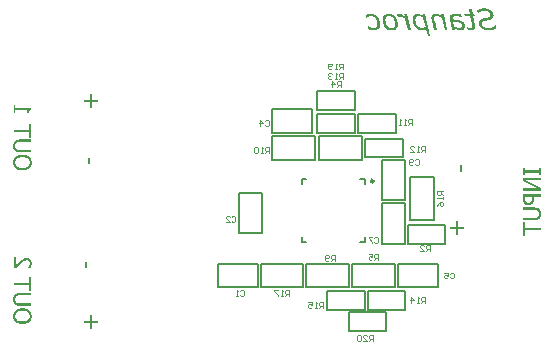
<source format=gbo>
G04*
G04 #@! TF.GenerationSoftware,Altium Limited,Altium Designer,20.0.13 (296)*
G04*
G04 Layer_Color=32896*
%FSLAX44Y44*%
%MOMM*%
G71*
G01*
G75*
%ADD10C,0.2500*%
%ADD12C,0.2000*%
%ADD13C,0.1000*%
G36*
X356546Y388949D02*
X354262Y388949D01*
X352094Y398467D01*
X351333Y398965D01*
X350952Y399170D01*
X350630Y399346D01*
X350367Y399492D01*
X350132Y399609D01*
X350015Y399668D01*
X349957Y399697D01*
X349547Y399873D01*
X349137Y399990D01*
X348756Y400107D01*
X348434Y400166D01*
X348141Y400195D01*
X347906Y400224D01*
X347321D01*
X346999Y400195D01*
X346881D01*
X346794Y400166D01*
X346735D01*
X346413Y400107D01*
X346120Y400049D01*
X346003Y400019D01*
X345915D01*
X345857Y399990D01*
X345710D01*
X345183Y402245D01*
X345534Y402275D01*
X345769Y402304D01*
X345915Y402333D01*
X345974D01*
X346091Y402362D01*
X346208D01*
X346501Y402392D01*
X346823D01*
X347204Y402362D01*
X347584Y402333D01*
X347936Y402245D01*
X348287Y402187D01*
X348551Y402099D01*
X348756Y402011D01*
X348902Y401982D01*
X348961Y401952D01*
X349400Y401747D01*
X349839Y401513D01*
X350308Y401279D01*
X350718Y401015D01*
X351099Y400781D01*
X351392Y400576D01*
X351509Y400517D01*
X351597Y400459D01*
X351626Y400400D01*
X351655D01*
X351216Y402392D01*
X353500D01*
X356546Y388949D01*
D02*
G37*
G36*
X395555Y402685D02*
X395994Y402655D01*
X396375Y402597D01*
X396697Y402567D01*
X396961Y402509D01*
X397137Y402480D01*
X397195D01*
X397664Y402392D01*
X398074Y402304D01*
X398396Y402245D01*
X398689Y402187D01*
X398894Y402128D01*
X399070Y402099D01*
X399157Y402070D01*
X399187D01*
X399626Y399814D01*
X399509D01*
X399187Y399932D01*
X398835Y400049D01*
X398484Y400166D01*
X398132Y400254D01*
X397840Y400342D01*
X397576Y400400D01*
X397430Y400459D01*
X397371D01*
X396902Y400576D01*
X396434Y400664D01*
X396053Y400722D01*
X395702Y400781D01*
X395409D01*
X395204Y400810D01*
X394559D01*
X394354Y400781D01*
X394149D01*
X394003Y400752D01*
X393886D01*
X393827Y400722D01*
X393798D01*
X393417Y400635D01*
X393095Y400547D01*
X392978Y400488D01*
X392890Y400459D01*
X392861Y400430D01*
X392831D01*
X392539Y400254D01*
X392334Y400049D01*
X392216Y399902D01*
X392187Y399873D01*
Y399844D01*
X392041Y399551D01*
X391982Y399258D01*
X391953Y399112D01*
Y398994D01*
Y398936D01*
Y398907D01*
Y398702D01*
X391982Y398555D01*
X392011Y398438D01*
Y398380D01*
X392041Y398204D01*
X392070Y398028D01*
X392099Y397882D01*
X392129Y397852D01*
Y397823D01*
X393037Y397794D01*
X393857Y397735D01*
X394589Y397647D01*
X395233Y397589D01*
X395526Y397560D01*
X395789Y397530D01*
X395994Y397501D01*
X396170Y397472D01*
X396317Y397442D01*
X396434D01*
X396492Y397413D01*
X396522D01*
X397195Y397296D01*
X397840Y397150D01*
X398396Y396974D01*
X398865Y396827D01*
X399245Y396681D01*
X399538Y396564D01*
X399714Y396476D01*
X399743Y396447D01*
X399772D01*
X400270Y396154D01*
X400680Y395861D01*
X401032Y395568D01*
X401325Y395275D01*
X401559Y395012D01*
X401705Y394807D01*
X401822Y394689D01*
X401852Y394631D01*
X402086Y394192D01*
X402262Y393752D01*
X402379Y393284D01*
X402467Y392874D01*
X402525Y392493D01*
X402555Y392200D01*
Y392083D01*
Y391995D01*
Y391966D01*
Y391937D01*
X402525Y391380D01*
X402408Y390911D01*
X402232Y390502D01*
X402057Y390150D01*
X401881Y389857D01*
X401705Y389652D01*
X401588Y389535D01*
X401559Y389477D01*
X401149Y389184D01*
X400739Y388949D01*
X400299Y388803D01*
X399889Y388686D01*
X399509Y388627D01*
X399216Y388598D01*
X399099Y388569D01*
X398601D01*
X398279Y388598D01*
X397986Y388627D01*
X397722Y388686D01*
X397517Y388715D01*
X397371Y388744D01*
X397254Y388774D01*
X397225D01*
X396697Y388920D01*
X396463Y388979D01*
X396258Y389067D01*
X396082Y389125D01*
X395965Y389184D01*
X395877Y389213D01*
X395848D01*
X395409Y389418D01*
X395057Y389594D01*
X394911Y389682D01*
X394794Y389740D01*
X394735Y389799D01*
X394706D01*
X394325Y390033D01*
X394062Y390209D01*
X393886Y390326D01*
X393827Y390355D01*
X394149Y388949D01*
X391894D01*
X389815Y398057D01*
X389757Y398292D01*
X389698Y398526D01*
X389669Y398672D01*
Y398702D01*
Y398731D01*
X389639Y398994D01*
X389610Y399229D01*
Y399375D01*
Y399434D01*
Y399756D01*
X389669Y400019D01*
X389815Y400547D01*
X390020Y400957D01*
X390225Y401308D01*
X390459Y401572D01*
X390664Y401777D01*
X390811Y401894D01*
X390840Y401923D01*
X390869D01*
X391133Y402070D01*
X391396Y402187D01*
X391982Y402392D01*
X392626Y402509D01*
X393242Y402626D01*
X393769Y402685D01*
X394032D01*
X394237Y402714D01*
X394647D01*
X395555Y402685D01*
D02*
G37*
G36*
X408910Y402392D02*
X410462D01*
X410872Y400576D01*
X409349D01*
X411018Y393342D01*
X411077Y392991D01*
X411135Y392727D01*
Y392610D01*
X411165Y392522D01*
Y392493D01*
Y392464D01*
X411194Y392171D01*
Y391937D01*
Y391761D01*
Y391732D01*
Y391702D01*
X411165Y391146D01*
X411048Y390677D01*
X410901Y390267D01*
X410755Y389945D01*
X410579Y389711D01*
X410462Y389535D01*
X410345Y389418D01*
X410315Y389389D01*
X409935Y389154D01*
X409525Y388979D01*
X409115Y388862D01*
X408675Y388774D01*
X408324Y388715D01*
X408002Y388686D01*
X407738D01*
X407270Y388715D01*
X406830Y388744D01*
X406655Y388774D01*
X406508D01*
X406420Y388803D01*
X406391D01*
X405835Y388891D01*
X405600Y388949D01*
X405395Y388979D01*
X405220Y389008D01*
X405073Y389037D01*
X404985Y389067D01*
X404956D01*
X404517Y391029D01*
X404663D01*
X404780Y390970D01*
X404897Y390941D01*
X405190Y390853D01*
X405337Y390794D01*
X405454Y390765D01*
X405542Y390736D01*
X405571D01*
X406040Y390648D01*
X406245Y390619D01*
X406420D01*
X406538Y390589D01*
X406743D01*
X407152Y390619D01*
X407504Y390648D01*
X407797Y390706D01*
X408002Y390794D01*
X408177Y390882D01*
X408295Y390941D01*
X408353Y390970D01*
X408382Y390999D01*
X408529Y391175D01*
X408646Y391380D01*
X408705Y391614D01*
X408763Y391819D01*
X408792Y392024D01*
X408822Y392171D01*
Y392288D01*
Y392317D01*
X408792Y392610D01*
X408763Y392932D01*
Y393079D01*
X408734Y393196D01*
Y393254D01*
Y393284D01*
X408646Y393723D01*
X408558Y394045D01*
X408529Y394192D01*
Y394280D01*
X408500Y394338D01*
Y394367D01*
X407094Y400576D01*
X402408D01*
X401998Y402392D01*
X406684D01*
X405776Y406258D01*
X408031D01*
X408910Y402392D01*
D02*
G37*
G36*
X323160Y402685D02*
X323804Y402597D01*
X324360Y402480D01*
X324858Y402362D01*
X325268Y402216D01*
X325590Y402099D01*
X325708Y402040D01*
X325795Y402011D01*
X325825Y401982D01*
X325854D01*
X326410Y401689D01*
X326879Y401396D01*
X327318Y401074D01*
X327699Y400781D01*
X327992Y400488D01*
X328226Y400283D01*
X328343Y400137D01*
X328402Y400078D01*
X328783Y399609D01*
X329105Y399112D01*
X329398Y398643D01*
X329632Y398175D01*
X329837Y397794D01*
X329954Y397472D01*
X330013Y397355D01*
X330042Y397296D01*
X330071Y397237D01*
Y397208D01*
X330276Y396593D01*
X330423Y395978D01*
X330510Y395363D01*
X330569Y394836D01*
X330628Y394367D01*
Y394192D01*
X330657Y394016D01*
Y393869D01*
Y393782D01*
Y393723D01*
Y393694D01*
X330628Y393225D01*
X330598Y392815D01*
X330540Y392434D01*
X330452Y392112D01*
X330393Y391849D01*
X330335Y391644D01*
X330305Y391526D01*
X330276Y391468D01*
X330130Y391146D01*
X329954Y390824D01*
X329778Y390560D01*
X329603Y390326D01*
X329427Y390150D01*
X329310Y390004D01*
X329222Y389916D01*
X329193Y389887D01*
X328900Y389652D01*
X328607Y389477D01*
X328343Y389301D01*
X328080Y389184D01*
X327845Y389067D01*
X327670Y389008D01*
X327523Y388979D01*
X327494Y388949D01*
X326703Y388774D01*
X326323Y388715D01*
X325971Y388686D01*
X325678D01*
X325415Y388657D01*
X325210D01*
X324770Y388686D01*
X324331Y388715D01*
X323950Y388774D01*
X323599Y388832D01*
X323277Y388891D01*
X323072Y388920D01*
X322925Y388979D01*
X322867D01*
X322427Y389125D01*
X322018Y389242D01*
X321637Y389389D01*
X321315Y389535D01*
X321022Y389623D01*
X320817Y389711D01*
X320700Y389769D01*
X320641Y389799D01*
X320143Y392288D01*
X320290D01*
X320495Y392141D01*
X320729Y391966D01*
X320934Y391849D01*
X320993Y391819D01*
X321022Y391790D01*
X321403Y391585D01*
X321754Y391409D01*
X321900Y391321D01*
X322018Y391292D01*
X322076Y391234D01*
X322105D01*
X322515Y391058D01*
X322955Y390911D01*
X323130Y390853D01*
X323277Y390794D01*
X323365Y390765D01*
X323394D01*
X323950Y390648D01*
X324214Y390619D01*
X324448Y390589D01*
X324624Y390560D01*
X324917D01*
X325473Y390589D01*
X325971Y390706D01*
X326410Y390853D01*
X326762Y391029D01*
X327055Y391175D01*
X327230Y391321D01*
X327377Y391439D01*
X327406Y391468D01*
X327699Y391849D01*
X327904Y392259D01*
X328050Y392669D01*
X328138Y393108D01*
X328197Y393459D01*
X328256Y393782D01*
Y393899D01*
Y393987D01*
Y394016D01*
Y394045D01*
X328226Y394572D01*
X328197Y395070D01*
X328021Y395978D01*
X327904Y396388D01*
X327787Y396798D01*
X327670Y397150D01*
X327523Y397501D01*
X327377Y397794D01*
X327260Y398057D01*
X327143Y398292D01*
X327025Y398467D01*
X326938Y398614D01*
X326850Y398731D01*
X326820Y398789D01*
X326791Y398819D01*
X326498Y399170D01*
X326205Y399463D01*
X325883Y399756D01*
X325590Y399961D01*
X325268Y400166D01*
X324946Y400312D01*
X324331Y400576D01*
X323804Y400693D01*
X323570Y400752D01*
X323365Y400781D01*
X323218Y400810D01*
X322984D01*
X322457Y400781D01*
X322223Y400752D01*
X322018Y400722D01*
X321871Y400693D01*
X321725Y400664D01*
X321666Y400634D01*
X321637D01*
X321198Y400488D01*
X320846Y400342D01*
X320700Y400283D01*
X320612Y400254D01*
X320553Y400195D01*
X320524D01*
X320202Y399990D01*
X319938Y399814D01*
X319762Y399697D01*
X319733Y399639D01*
X319704D01*
X319440Y399463D01*
X319265Y399317D01*
X319118Y399199D01*
X319089Y399170D01*
X318943D01*
X318445Y401601D01*
X319089Y401894D01*
X319411Y402040D01*
X319675Y402157D01*
X319938Y402245D01*
X320143Y402304D01*
X320260Y402362D01*
X320319D01*
X320700Y402480D01*
X321080Y402567D01*
X321461Y402626D01*
X321813Y402685D01*
X322076D01*
X322310Y402714D01*
X322515D01*
X323160Y402685D01*
D02*
G37*
G36*
X378247Y402743D02*
X378657Y402685D01*
X379067Y402626D01*
X379389Y402538D01*
X379711Y402421D01*
X379916Y402362D01*
X380063Y402304D01*
X380121Y402275D01*
X380531Y402070D01*
X380971Y401835D01*
X381381Y401601D01*
X381732Y401396D01*
X382054Y401191D01*
X382289Y401015D01*
X382464Y400898D01*
X382494Y400869D01*
X382523D01*
X382171Y402392D01*
X384456D01*
X387531Y388949D01*
X385276D01*
X382962Y398965D01*
X382171Y399463D01*
X381820Y399668D01*
X381498Y399844D01*
X381234Y399961D01*
X381000Y400078D01*
X380883Y400137D01*
X380824Y400166D01*
X380414Y400342D01*
X380033Y400459D01*
X379682Y400576D01*
X379389Y400635D01*
X379155Y400664D01*
X378950Y400693D01*
X378803D01*
X378335Y400664D01*
X377954Y400605D01*
X377661Y400517D01*
X377398Y400430D01*
X377222Y400342D01*
X377076Y400254D01*
X377017Y400195D01*
X376988Y400166D01*
X376812Y399961D01*
X376695Y399727D01*
X376607Y399463D01*
X376548Y399229D01*
X376519Y398994D01*
X376490Y398819D01*
Y398702D01*
Y398643D01*
Y398292D01*
X376519Y397999D01*
X376548Y397882D01*
Y397794D01*
X376578Y397735D01*
Y397706D01*
X376636Y397325D01*
X376695Y396974D01*
X376724Y396827D01*
X376753Y396710D01*
X376783Y396622D01*
Y396593D01*
X378511Y388949D01*
X376285D01*
X374264Y397677D01*
X374206Y397970D01*
X374147Y398233D01*
Y398350D01*
X374118Y398438D01*
Y398497D01*
Y398526D01*
X374088Y398848D01*
X374059Y399112D01*
Y399258D01*
Y399317D01*
X374088Y399902D01*
X374206Y400430D01*
X374381Y400869D01*
X374557Y401220D01*
X374733Y401513D01*
X374908Y401689D01*
X375025Y401835D01*
X375055Y401865D01*
X375465Y402157D01*
X375904Y402392D01*
X376373Y402538D01*
X376812Y402655D01*
X377193Y402714D01*
X377515Y402772D01*
X377808D01*
X378247Y402743D01*
D02*
G37*
G36*
X419511Y407165D02*
X420097Y407107D01*
X420683Y407048D01*
X421210Y406931D01*
X421708Y406785D01*
X422176Y406638D01*
X422586Y406492D01*
X422967Y406345D01*
X423318Y406170D01*
X423611Y406023D01*
X423875Y405877D01*
X424109Y405730D01*
X424256Y405613D01*
X424402Y405555D01*
X424461Y405496D01*
X424490Y405467D01*
X424871Y405145D01*
X425193Y404793D01*
X425486Y404442D01*
X425749Y404090D01*
X425954Y403739D01*
X426130Y403387D01*
X426276Y403036D01*
X426394Y402714D01*
X426481Y402392D01*
X426540Y402128D01*
X426599Y401865D01*
X426628Y401660D01*
Y401455D01*
X426657Y401337D01*
Y401250D01*
Y401220D01*
X426599Y400664D01*
X426481Y400195D01*
X426335Y399756D01*
X426130Y399375D01*
X425954Y399082D01*
X425779Y398848D01*
X425661Y398731D01*
X425632Y398672D01*
X425222Y398321D01*
X424753Y398028D01*
X424256Y397765D01*
X423787Y397560D01*
X423348Y397413D01*
X423026Y397325D01*
X422879Y397296D01*
X422791Y397267D01*
X422733Y397237D01*
X422704D01*
X421971Y397062D01*
X421620Y397003D01*
X421327Y396945D01*
X421034Y396886D01*
X420829Y396827D01*
X420712Y396798D01*
X420653D01*
X420273Y396710D01*
X419892Y396652D01*
X419570Y396593D01*
X419306Y396505D01*
X419072Y396476D01*
X418926Y396417D01*
X418808Y396388D01*
X418779D01*
X418457Y396271D01*
X418164Y396154D01*
X417901Y396007D01*
X417696Y395890D01*
X417549Y395773D01*
X417432Y395656D01*
X417373Y395597D01*
X417344Y395568D01*
X417168Y395363D01*
X417051Y395129D01*
X416963Y394894D01*
X416905Y394660D01*
X416875Y394484D01*
X416846Y394338D01*
Y394221D01*
Y394192D01*
Y393899D01*
X416905Y393635D01*
X417051Y393108D01*
X417285Y392669D01*
X417520Y392288D01*
X417783Y391995D01*
X418018Y391761D01*
X418164Y391644D01*
X418193Y391585D01*
X418223D01*
X418779Y391263D01*
X419423Y390999D01*
X420068Y390824D01*
X420712Y390706D01*
X421298Y390648D01*
X421532Y390619D01*
X421737D01*
X421942Y390589D01*
X422176D01*
X422762Y390619D01*
X423348Y390677D01*
X423875Y390765D01*
X424373Y390882D01*
X424812Y390970D01*
X425134Y391058D01*
X425251Y391087D01*
X425339Y391116D01*
X425398Y391146D01*
X425427D01*
X426042Y391380D01*
X426569Y391673D01*
X427067Y391937D01*
X427477Y392229D01*
X427799Y392464D01*
X428063Y392669D01*
X428209Y392786D01*
X428268Y392844D01*
X428444D01*
X429000Y390092D01*
X428444Y389828D01*
X427887Y389623D01*
X427360Y389418D01*
X426891Y389272D01*
X426511Y389125D01*
X426189Y389037D01*
X426071Y389008D01*
X425984D01*
X425954Y388979D01*
X425925D01*
X425339Y388862D01*
X424724Y388774D01*
X424168Y388715D01*
X423670Y388686D01*
X423231Y388657D01*
X423055Y388627D01*
X422586D01*
X421854Y388657D01*
X421181Y388715D01*
X420595Y388774D01*
X420068Y388891D01*
X419658Y388979D01*
X419482Y389008D01*
X419336Y389037D01*
X419218Y389067D01*
X419131Y389096D01*
X419101Y389125D01*
X419072D01*
X418545Y389330D01*
X418047Y389564D01*
X417578Y389769D01*
X417198Y390004D01*
X416905Y390209D01*
X416670Y390355D01*
X416524Y390472D01*
X416465Y390502D01*
X416114Y390824D01*
X415792Y391175D01*
X415499Y391497D01*
X415265Y391819D01*
X415089Y392083D01*
X414972Y392288D01*
X414884Y392434D01*
X414855Y392493D01*
X414650Y392932D01*
X414503Y393372D01*
X414416Y393752D01*
X414328Y394133D01*
X414298Y394426D01*
X414269Y394660D01*
Y394807D01*
Y394865D01*
X414298Y395363D01*
X414416Y395832D01*
X414562Y396212D01*
X414708Y396564D01*
X414884Y396827D01*
X415031Y397003D01*
X415148Y397150D01*
X415177Y397179D01*
X415528Y397501D01*
X415938Y397794D01*
X416378Y398028D01*
X416788Y398233D01*
X417168Y398380D01*
X417461Y398497D01*
X417578Y398526D01*
X417666Y398555D01*
X417725Y398585D01*
X417754D01*
X418106Y398672D01*
X418457Y398760D01*
X418838Y398848D01*
X419160Y398936D01*
X419453Y398994D01*
X419716Y399053D01*
X419863Y399082D01*
X419921D01*
X420361Y399170D01*
X420771Y399258D01*
X421122Y399346D01*
X421415Y399404D01*
X421620Y399463D01*
X421796Y399492D01*
X421913Y399522D01*
X421942D01*
X422352Y399639D01*
X422704Y399785D01*
X422996Y399932D01*
X423231Y400078D01*
X423406Y400195D01*
X423523Y400312D01*
X423582Y400371D01*
X423611Y400400D01*
X423758Y400635D01*
X423875Y400869D01*
X423963Y401103D01*
X424021Y401337D01*
X424051Y401513D01*
X424080Y401660D01*
Y401777D01*
Y401806D01*
X424051Y402070D01*
X424021Y402333D01*
X423875Y402831D01*
X423670Y403241D01*
X423436Y403592D01*
X423201Y403885D01*
X422996Y404090D01*
X422850Y404237D01*
X422791Y404266D01*
X422264Y404588D01*
X421679Y404823D01*
X421122Y404998D01*
X420566Y405115D01*
X420068Y405174D01*
X419863Y405203D01*
X419658Y405233D01*
X419306D01*
X418662Y405203D01*
X418047Y405145D01*
X417491Y405057D01*
X416963Y404940D01*
X416553Y404823D01*
X416231Y404735D01*
X416114Y404705D01*
X416026Y404676D01*
X415997Y404647D01*
X415968D01*
X415411Y404442D01*
X414913Y404207D01*
X414503Y403973D01*
X414152Y403768D01*
X413888Y403592D01*
X413683Y403446D01*
X413566Y403358D01*
X413537Y403329D01*
X413361D01*
X412805Y405877D01*
X413244Y406082D01*
X413683Y406228D01*
X414123Y406404D01*
X414562Y406521D01*
X414913Y406638D01*
X415206Y406726D01*
X415323Y406755D01*
X415411D01*
X415440Y406785D01*
X415470D01*
X416055Y406931D01*
X416641Y407019D01*
X417227Y407107D01*
X417725Y407136D01*
X418193Y407165D01*
X418398Y407195D01*
X418867D01*
X419511Y407165D01*
D02*
G37*
G36*
X338535Y402743D02*
X339121Y402655D01*
X339648Y402538D01*
X340146Y402392D01*
X340526Y402245D01*
X340819Y402128D01*
X340936Y402070D01*
X341024Y402040D01*
X341054Y402011D01*
X341083D01*
X341610Y401718D01*
X342079Y401396D01*
X342489Y401074D01*
X342840Y400752D01*
X343133Y400488D01*
X343338Y400254D01*
X343455Y400107D01*
X343514Y400049D01*
X343865Y399551D01*
X344187Y399053D01*
X344451Y398585D01*
X344685Y398116D01*
X344861Y397735D01*
X344978Y397413D01*
X345037Y397296D01*
X345066Y397237D01*
X345095Y397179D01*
Y397150D01*
X345271Y396535D01*
X345388Y395919D01*
X345505Y395334D01*
X345564Y394807D01*
X345593Y394367D01*
Y394162D01*
X345622Y394016D01*
Y393869D01*
Y393782D01*
Y393723D01*
Y393694D01*
X345593Y393254D01*
X345564Y392844D01*
X345417Y392083D01*
X345212Y391439D01*
X344949Y390911D01*
X344714Y390472D01*
X344597Y390297D01*
X344509Y390179D01*
X344422Y390062D01*
X344363Y389974D01*
X344304Y389945D01*
Y389916D01*
X344041Y389682D01*
X343748Y389477D01*
X343162Y389125D01*
X342518Y388891D01*
X341932Y388744D01*
X341376Y388627D01*
X341141Y388598D01*
X340936D01*
X340790Y388569D01*
X340556D01*
X339882Y388598D01*
X339296Y388686D01*
X338740Y388803D01*
X338271Y388920D01*
X337891Y389037D01*
X337598Y389154D01*
X337510Y389213D01*
X337422Y389242D01*
X337393Y389272D01*
X337364D01*
X336866Y389564D01*
X336397Y389887D01*
X335987Y390209D01*
X335636Y390531D01*
X335372Y390824D01*
X335138Y391058D01*
X335021Y391204D01*
X334962Y391263D01*
X334611Y391731D01*
X334288Y392229D01*
X334025Y392727D01*
X333791Y393167D01*
X333615Y393577D01*
X333468Y393869D01*
X333439Y393987D01*
X333410Y394104D01*
X333381Y394133D01*
Y394162D01*
X333205Y394777D01*
X333058Y395422D01*
X332971Y395978D01*
X332883Y396505D01*
X332853Y396974D01*
Y397150D01*
X332824Y397325D01*
Y397442D01*
Y397530D01*
Y397589D01*
Y397618D01*
Y398057D01*
X332883Y398497D01*
X333029Y399258D01*
X333263Y399932D01*
X333498Y400459D01*
X333644Y400693D01*
X333761Y400869D01*
X333878Y401045D01*
X333996Y401191D01*
X334083Y401279D01*
X334142Y401367D01*
X334171Y401425D01*
X334201D01*
X334464Y401660D01*
X334757Y401865D01*
X335343Y402216D01*
X335958Y402450D01*
X336573Y402597D01*
X337071Y402714D01*
X337305Y402743D01*
X337510D01*
X337656Y402772D01*
X337891D01*
X338535Y402743D01*
D02*
G37*
G36*
X362755Y402743D02*
X363223Y402685D01*
X363633Y402597D01*
X363985Y402509D01*
X364277Y402421D01*
X364482Y402333D01*
X364629Y402275D01*
X364688Y402245D01*
X365478Y401835D01*
X365859Y401630D01*
X366210Y401425D01*
X366503Y401220D01*
X366708Y401103D01*
X366855Y400986D01*
X366913Y400957D01*
X366591Y402392D01*
X368846D01*
X373063Y384000D01*
X370808D01*
X369520Y389623D01*
X368934Y389330D01*
X368670Y389184D01*
X368407Y389096D01*
X368173Y389008D01*
X367997Y388979D01*
X367880Y388920D01*
X367850D01*
X367148Y388774D01*
X366825Y388744D01*
X366503Y388715D01*
X366240Y388686D01*
X365859D01*
X365273Y388715D01*
X364746Y388803D01*
X364248Y388920D01*
X363809Y389037D01*
X363457Y389154D01*
X363165Y389272D01*
X362989Y389359D01*
X362960Y389389D01*
X362930D01*
X362433Y389682D01*
X361964Y390004D01*
X361554Y390355D01*
X361203Y390648D01*
X360939Y390941D01*
X360705Y391175D01*
X360587Y391321D01*
X360529Y391380D01*
X360177Y391849D01*
X359826Y392376D01*
X359562Y392874D01*
X359328Y393342D01*
X359123Y393752D01*
X359006Y394074D01*
X358947Y394192D01*
X358918Y394280D01*
X358889Y394338D01*
Y394367D01*
X358684Y395041D01*
X358508Y395714D01*
X358391Y396329D01*
X358332Y396915D01*
X358274Y397413D01*
Y397618D01*
X358245Y397794D01*
Y397940D01*
Y398057D01*
Y398116D01*
Y398145D01*
X358303Y398907D01*
X358420Y399580D01*
X358567Y400166D01*
X358772Y400664D01*
X358977Y401045D01*
X359123Y401308D01*
X359240Y401484D01*
X359299Y401542D01*
X359709Y401952D01*
X360207Y402245D01*
X360705Y402480D01*
X361173Y402626D01*
X361613Y402714D01*
X361964Y402743D01*
X362110Y402772D01*
X362286D01*
X362755Y402743D01*
D02*
G37*
G36*
X84806Y275000D02*
X83000D01*
Y280712D01*
X84806D01*
Y275000D01*
D02*
G37*
G36*
X82450Y186947D02*
X80644D01*
Y192659D01*
X82450D01*
Y186947D01*
D02*
G37*
G36*
X86574Y142198D02*
X91675D01*
Y140514D01*
X86574D01*
Y135413D01*
X84963D01*
Y140514D01*
X79861D01*
Y142198D01*
X84963D01*
Y147300D01*
X86574D01*
Y142198D01*
D02*
G37*
G36*
X86713Y329786D02*
X91814D01*
Y328102D01*
X86713D01*
Y323000D01*
X85102D01*
Y328102D01*
X80000D01*
Y329786D01*
X85102D01*
Y334887D01*
X86713D01*
Y329786D01*
D02*
G37*
G36*
X22050Y189087D02*
X22319Y189380D01*
X22587Y189673D01*
X22880Y189991D01*
X23149Y190283D01*
X23393Y190552D01*
X23613Y190747D01*
X23735Y190894D01*
X23784Y190918D01*
Y190942D01*
X24198Y191382D01*
X24589Y191772D01*
X24955Y192139D01*
X25272Y192456D01*
X25541Y192700D01*
X25761Y192895D01*
X25883Y193017D01*
X25931Y193066D01*
X26395Y193481D01*
X26615Y193676D01*
X26810Y193847D01*
X26957Y193969D01*
X27103Y194067D01*
X27176Y194140D01*
X27201Y194165D01*
X27689Y194531D01*
X27909Y194701D01*
X28104Y194823D01*
X28275Y194946D01*
X28397Y195019D01*
X28495Y195068D01*
X28519Y195092D01*
X29007Y195336D01*
X29227Y195434D01*
X29446Y195507D01*
X29642Y195580D01*
X29788Y195629D01*
X29886Y195653D01*
X29910D01*
X30496Y195776D01*
X30765Y195824D01*
X31009Y195849D01*
X31228Y195873D01*
X31399D01*
X31497D01*
X31546D01*
X31887Y195849D01*
X32229Y195824D01*
X32815Y195678D01*
X33352Y195507D01*
X33767Y195287D01*
X34109Y195068D01*
X34377Y194872D01*
X34450Y194799D01*
X34524Y194726D01*
X34548Y194701D01*
X34572Y194677D01*
X34768Y194433D01*
X34939Y194189D01*
X35231Y193652D01*
X35427Y193115D01*
X35549Y192578D01*
X35646Y192114D01*
X35671Y191894D01*
Y191723D01*
X35695Y191577D01*
Y191382D01*
X35671Y191016D01*
X35646Y190625D01*
X35598Y190259D01*
X35549Y189942D01*
X35476Y189673D01*
X35427Y189453D01*
X35402Y189307D01*
X35378Y189283D01*
Y189258D01*
X35280Y188868D01*
X35158Y188526D01*
X35061Y188209D01*
X34963Y187964D01*
X34890Y187769D01*
X34817Y187647D01*
X34792Y187549D01*
X34768Y187525D01*
X32644D01*
Y187623D01*
X32791Y187818D01*
X32913Y188038D01*
X33010Y188184D01*
X33059Y188233D01*
Y188257D01*
X33230Y188550D01*
X33352Y188819D01*
X33401Y188916D01*
X33450Y189014D01*
X33474Y189063D01*
Y189087D01*
X33621Y189478D01*
X33718Y189795D01*
X33767Y189942D01*
X33791Y190039D01*
X33816Y190112D01*
Y190137D01*
X33913Y190552D01*
X33938Y190723D01*
Y190894D01*
X33962Y191040D01*
Y191235D01*
X33938Y191626D01*
X33913Y191797D01*
X33889Y191968D01*
X33840Y192090D01*
X33816Y192187D01*
X33791Y192236D01*
Y192260D01*
X33669Y192578D01*
X33523Y192846D01*
X33450Y192944D01*
X33401Y193017D01*
X33376Y193042D01*
X33352Y193066D01*
X33083Y193286D01*
X32839Y193457D01*
X32717Y193530D01*
X32620Y193579D01*
X32571Y193603D01*
X32546D01*
X32180Y193725D01*
X31814Y193798D01*
X31668Y193823D01*
X31546D01*
X31472D01*
X31448D01*
X31009Y193798D01*
X30569Y193725D01*
X30154Y193627D01*
X29813Y193505D01*
X29520Y193383D01*
X29276Y193286D01*
X29129Y193213D01*
X29105Y193188D01*
X29080D01*
X28861Y193066D01*
X28616Y192895D01*
X28128Y192553D01*
X27640Y192163D01*
X27152Y191772D01*
X26713Y191406D01*
X26542Y191235D01*
X26371Y191113D01*
X26249Y190991D01*
X26127Y190894D01*
X26078Y190845D01*
X26054Y190820D01*
X25370Y190210D01*
X25077Y189917D01*
X24809Y189649D01*
X24565Y189429D01*
X24394Y189234D01*
X24296Y189136D01*
X24247Y189087D01*
X23588Y188428D01*
X23271Y188111D01*
X23002Y187818D01*
X22758Y187574D01*
X22587Y187379D01*
X22465Y187257D01*
X22417Y187208D01*
X20317D01*
Y196508D01*
X22050D01*
Y189087D01*
D02*
G37*
G36*
X35378Y167558D02*
X33596D01*
Y172611D01*
X20317D01*
Y174613D01*
X33596D01*
Y179665D01*
X35378D01*
Y167558D01*
D02*
G37*
G36*
Y164214D02*
X25931D01*
X25565D01*
X25248Y164190D01*
X24955Y164165D01*
X24711Y164141D01*
X24491Y164116D01*
X24345Y164092D01*
X24247Y164068D01*
X24223D01*
X23735Y163921D01*
X23515Y163848D01*
X23344Y163750D01*
X23173Y163677D01*
X23051Y163604D01*
X22978Y163580D01*
X22954Y163555D01*
X22734Y163384D01*
X22563Y163213D01*
X22392Y163018D01*
X22270Y162823D01*
X22148Y162652D01*
X22075Y162530D01*
X22050Y162432D01*
X22026Y162408D01*
X21928Y162139D01*
X21855Y161846D01*
X21806Y161578D01*
X21782Y161309D01*
X21758Y161090D01*
X21733Y160919D01*
Y160748D01*
X21758Y160382D01*
X21782Y160065D01*
X21831Y159772D01*
X21879Y159528D01*
X21928Y159332D01*
X21977Y159186D01*
X22026Y159088D01*
Y159064D01*
X22148Y158820D01*
X22294Y158600D01*
X22465Y158405D01*
X22612Y158258D01*
X22734Y158136D01*
X22856Y158039D01*
X22929Y157990D01*
X22954Y157965D01*
X23173Y157843D01*
X23393Y157721D01*
X23613Y157624D01*
X23808Y157575D01*
X23979Y157501D01*
X24101Y157477D01*
X24198Y157453D01*
X24223D01*
X24491Y157404D01*
X24809Y157380D01*
X25102Y157355D01*
X25370D01*
X25614Y157331D01*
X25809D01*
X25931D01*
X25980D01*
X35378D01*
Y155329D01*
X25956D01*
X25394Y155353D01*
X24857Y155378D01*
X24418Y155427D01*
X24028Y155500D01*
X23710Y155549D01*
X23466Y155598D01*
X23320Y155622D01*
X23295Y155646D01*
X23271D01*
X22880Y155793D01*
X22514Y155964D01*
X22197Y156135D01*
X21904Y156306D01*
X21684Y156476D01*
X21513Y156623D01*
X21416Y156720D01*
X21367Y156745D01*
X21123Y157013D01*
X20928Y157306D01*
X20732Y157599D01*
X20610Y157843D01*
X20488Y158087D01*
X20415Y158258D01*
X20366Y158380D01*
X20342Y158429D01*
X20220Y158820D01*
X20147Y159210D01*
X20073Y159601D01*
X20049Y159967D01*
X20024Y160284D01*
X20000Y160528D01*
Y160748D01*
X20024Y161261D01*
X20049Y161700D01*
X20098Y162090D01*
X20171Y162432D01*
X20244Y162725D01*
X20293Y162920D01*
X20317Y163043D01*
X20342Y163091D01*
X20488Y163433D01*
X20659Y163750D01*
X20805Y164043D01*
X20976Y164287D01*
X21123Y164483D01*
X21245Y164653D01*
X21342Y164751D01*
X21367Y164776D01*
X21684Y165044D01*
X22002Y165288D01*
X22319Y165459D01*
X22612Y165630D01*
X22880Y165728D01*
X23076Y165825D01*
X23222Y165850D01*
X23271Y165874D01*
X23710Y165996D01*
X24174Y166069D01*
X24613Y166143D01*
X25028Y166167D01*
X25394Y166191D01*
X25565Y166216D01*
X25687D01*
X25809D01*
X25883D01*
X25931D01*
X25956D01*
X35378D01*
Y164214D01*
D02*
G37*
G36*
X28519Y153303D02*
X29153Y153254D01*
X29715Y153181D01*
X30203Y153083D01*
X30423Y153035D01*
X30618Y152986D01*
X30789Y152961D01*
X30911Y152913D01*
X31033Y152888D01*
X31106Y152864D01*
X31155Y152839D01*
X31179D01*
X31716Y152644D01*
X32180Y152424D01*
X32595Y152205D01*
X32961Y151985D01*
X33254Y151790D01*
X33474Y151643D01*
X33596Y151546D01*
X33645Y151497D01*
X33987Y151155D01*
X34304Y150813D01*
X34548Y150447D01*
X34768Y150130D01*
X34939Y149837D01*
X35061Y149617D01*
X35134Y149446D01*
X35158Y149422D01*
Y149398D01*
X35329Y148934D01*
X35476Y148446D01*
X35573Y147982D01*
X35622Y147567D01*
X35671Y147201D01*
Y147030D01*
X35695Y146908D01*
Y146639D01*
X35671Y146078D01*
X35622Y145565D01*
X35524Y145102D01*
X35427Y144687D01*
X35329Y144345D01*
X35231Y144101D01*
X35207Y144003D01*
X35183Y143930D01*
X35158Y143905D01*
Y143881D01*
X34939Y143442D01*
X34694Y143051D01*
X34450Y142685D01*
X34206Y142392D01*
X33987Y142148D01*
X33816Y141953D01*
X33694Y141855D01*
X33645Y141806D01*
X33230Y141489D01*
X32815Y141221D01*
X32400Y141001D01*
X32009Y140806D01*
X31668Y140659D01*
X31399Y140561D01*
X31302Y140513D01*
X31228Y140488D01*
X31179Y140464D01*
X31155D01*
X30618Y140317D01*
X30032Y140195D01*
X29495Y140122D01*
X28958Y140049D01*
X28519Y140024D01*
X28324D01*
X28153Y140000D01*
X28031D01*
X27909D01*
X27860D01*
X27835D01*
X27152Y140024D01*
X26542Y140073D01*
X25980Y140147D01*
X25492Y140244D01*
X25272Y140268D01*
X25077Y140317D01*
X24906Y140366D01*
X24784Y140391D01*
X24662Y140415D01*
X24589Y140439D01*
X24540Y140464D01*
X24516D01*
X23979Y140659D01*
X23515Y140854D01*
X23100Y141074D01*
X22734Y141294D01*
X22441Y141489D01*
X22221Y141635D01*
X22099Y141733D01*
X22050Y141782D01*
X21684Y142124D01*
X21367Y142490D01*
X21123Y142831D01*
X20903Y143173D01*
X20732Y143442D01*
X20610Y143686D01*
X20537Y143832D01*
X20513Y143857D01*
Y143881D01*
X20342Y144369D01*
X20220Y144833D01*
X20122Y145297D01*
X20073Y145736D01*
X20024Y146102D01*
Y146249D01*
X20000Y146395D01*
Y146639D01*
X20024Y147176D01*
X20073Y147689D01*
X20147Y148153D01*
X20244Y148543D01*
X20342Y148885D01*
X20415Y149129D01*
X20439Y149227D01*
X20464Y149300D01*
X20488Y149324D01*
Y149349D01*
X20708Y149788D01*
X20952Y150203D01*
X21221Y150569D01*
X21465Y150887D01*
X21684Y151155D01*
X21879Y151326D01*
X22002Y151448D01*
X22050Y151497D01*
X22441Y151814D01*
X22856Y152083D01*
X23271Y152302D01*
X23661Y152498D01*
X24003Y152644D01*
X24272Y152766D01*
X24369Y152790D01*
X24443Y152815D01*
X24491Y152839D01*
X24516D01*
X25077Y153010D01*
X25663Y153132D01*
X26224Y153205D01*
X26737Y153279D01*
X27176Y153303D01*
X27372D01*
X27518Y153328D01*
X27665D01*
X27762D01*
X27811D01*
X27835D01*
X28519Y153303D01*
D02*
G37*
G36*
X21855Y323066D02*
X35427D01*
Y321479D01*
X34987Y321406D01*
X34646Y321309D01*
X34353Y321186D01*
X34109Y321040D01*
X33938Y320894D01*
X33840Y320771D01*
X33767Y320674D01*
X33742Y320649D01*
X33596Y320332D01*
X33498Y319990D01*
X33425Y319600D01*
X33376Y319234D01*
X33352Y318916D01*
X33328Y318624D01*
Y318379D01*
X31961D01*
Y321113D01*
X21855D01*
Y318379D01*
X20317D01*
Y325727D01*
X21855D01*
Y323066D01*
D02*
G37*
G36*
X35378Y297558D02*
X33596D01*
Y302611D01*
X20317D01*
Y304613D01*
X33596D01*
Y309665D01*
X35378D01*
Y297558D01*
D02*
G37*
G36*
Y294214D02*
X25931D01*
X25565D01*
X25248Y294190D01*
X24955Y294165D01*
X24711Y294141D01*
X24491Y294116D01*
X24345Y294092D01*
X24247Y294068D01*
X24223D01*
X23735Y293921D01*
X23515Y293848D01*
X23344Y293750D01*
X23173Y293677D01*
X23051Y293604D01*
X22978Y293580D01*
X22954Y293555D01*
X22734Y293384D01*
X22563Y293213D01*
X22392Y293018D01*
X22270Y292823D01*
X22148Y292652D01*
X22075Y292530D01*
X22050Y292432D01*
X22026Y292408D01*
X21928Y292139D01*
X21855Y291846D01*
X21806Y291578D01*
X21782Y291309D01*
X21758Y291090D01*
X21733Y290919D01*
Y290748D01*
X21758Y290382D01*
X21782Y290065D01*
X21831Y289772D01*
X21879Y289527D01*
X21928Y289332D01*
X21977Y289186D01*
X22026Y289088D01*
Y289064D01*
X22148Y288820D01*
X22294Y288600D01*
X22465Y288405D01*
X22612Y288258D01*
X22734Y288136D01*
X22856Y288039D01*
X22929Y287990D01*
X22954Y287965D01*
X23173Y287843D01*
X23393Y287721D01*
X23613Y287624D01*
X23808Y287575D01*
X23979Y287502D01*
X24101Y287477D01*
X24198Y287453D01*
X24223D01*
X24491Y287404D01*
X24809Y287379D01*
X25102Y287355D01*
X25370D01*
X25614Y287331D01*
X25809D01*
X25931D01*
X25980D01*
X35378D01*
Y285329D01*
X25956D01*
X25394Y285354D01*
X24857Y285378D01*
X24418Y285427D01*
X24028Y285500D01*
X23710Y285549D01*
X23466Y285598D01*
X23320Y285622D01*
X23295Y285646D01*
X23271D01*
X22880Y285793D01*
X22514Y285964D01*
X22197Y286135D01*
X21904Y286306D01*
X21684Y286476D01*
X21513Y286623D01*
X21416Y286720D01*
X21367Y286745D01*
X21123Y287013D01*
X20928Y287306D01*
X20732Y287599D01*
X20610Y287843D01*
X20488Y288087D01*
X20415Y288258D01*
X20366Y288380D01*
X20342Y288429D01*
X20220Y288820D01*
X20147Y289210D01*
X20073Y289601D01*
X20049Y289967D01*
X20024Y290284D01*
X20000Y290528D01*
Y290748D01*
X20024Y291261D01*
X20049Y291700D01*
X20098Y292090D01*
X20171Y292432D01*
X20244Y292725D01*
X20293Y292920D01*
X20317Y293043D01*
X20342Y293091D01*
X20488Y293433D01*
X20659Y293750D01*
X20805Y294043D01*
X20976Y294287D01*
X21123Y294483D01*
X21245Y294653D01*
X21342Y294751D01*
X21367Y294776D01*
X21684Y295044D01*
X22002Y295288D01*
X22319Y295459D01*
X22612Y295630D01*
X22880Y295728D01*
X23076Y295825D01*
X23222Y295849D01*
X23271Y295874D01*
X23710Y295996D01*
X24174Y296069D01*
X24613Y296143D01*
X25028Y296167D01*
X25394Y296191D01*
X25565Y296216D01*
X25687D01*
X25809D01*
X25883D01*
X25931D01*
X25956D01*
X35378D01*
Y294214D01*
D02*
G37*
G36*
X28519Y283303D02*
X29153Y283254D01*
X29715Y283181D01*
X30203Y283083D01*
X30423Y283035D01*
X30618Y282986D01*
X30789Y282961D01*
X30911Y282913D01*
X31033Y282888D01*
X31106Y282864D01*
X31155Y282839D01*
X31179D01*
X31716Y282644D01*
X32180Y282424D01*
X32595Y282205D01*
X32961Y281985D01*
X33254Y281790D01*
X33474Y281643D01*
X33596Y281546D01*
X33645Y281497D01*
X33987Y281155D01*
X34304Y280813D01*
X34548Y280447D01*
X34768Y280130D01*
X34939Y279837D01*
X35061Y279617D01*
X35134Y279446D01*
X35158Y279422D01*
Y279398D01*
X35329Y278934D01*
X35476Y278446D01*
X35573Y277982D01*
X35622Y277567D01*
X35671Y277201D01*
Y277030D01*
X35695Y276908D01*
Y276639D01*
X35671Y276078D01*
X35622Y275565D01*
X35524Y275102D01*
X35427Y274687D01*
X35329Y274345D01*
X35231Y274101D01*
X35207Y274003D01*
X35183Y273930D01*
X35158Y273906D01*
Y273881D01*
X34939Y273442D01*
X34694Y273051D01*
X34450Y272685D01*
X34206Y272392D01*
X33987Y272148D01*
X33816Y271953D01*
X33694Y271855D01*
X33645Y271806D01*
X33230Y271489D01*
X32815Y271220D01*
X32400Y271001D01*
X32009Y270805D01*
X31668Y270659D01*
X31399Y270561D01*
X31302Y270513D01*
X31228Y270488D01*
X31179Y270464D01*
X31155D01*
X30618Y270317D01*
X30032Y270195D01*
X29495Y270122D01*
X28958Y270049D01*
X28519Y270024D01*
X28324D01*
X28153Y270000D01*
X28031D01*
X27909D01*
X27860D01*
X27835D01*
X27152Y270024D01*
X26542Y270073D01*
X25980Y270146D01*
X25492Y270244D01*
X25272Y270268D01*
X25077Y270317D01*
X24906Y270366D01*
X24784Y270390D01*
X24662Y270415D01*
X24589Y270439D01*
X24540Y270464D01*
X24516D01*
X23979Y270659D01*
X23515Y270854D01*
X23100Y271074D01*
X22734Y271294D01*
X22441Y271489D01*
X22221Y271635D01*
X22099Y271733D01*
X22050Y271782D01*
X21684Y272124D01*
X21367Y272490D01*
X21123Y272831D01*
X20903Y273173D01*
X20732Y273442D01*
X20610Y273686D01*
X20537Y273832D01*
X20513Y273857D01*
Y273881D01*
X20342Y274369D01*
X20220Y274833D01*
X20122Y275297D01*
X20073Y275736D01*
X20024Y276102D01*
Y276249D01*
X20000Y276395D01*
Y276639D01*
X20024Y277176D01*
X20073Y277689D01*
X20147Y278153D01*
X20244Y278543D01*
X20342Y278885D01*
X20415Y279129D01*
X20439Y279227D01*
X20464Y279300D01*
X20488Y279324D01*
Y279349D01*
X20708Y279788D01*
X20952Y280203D01*
X21221Y280569D01*
X21465Y280887D01*
X21684Y281155D01*
X21879Y281326D01*
X22002Y281448D01*
X22050Y281497D01*
X22441Y281814D01*
X22856Y282083D01*
X23271Y282302D01*
X23661Y282498D01*
X24003Y282644D01*
X24272Y282766D01*
X24369Y282791D01*
X24443Y282815D01*
X24491Y282839D01*
X24516D01*
X25077Y283010D01*
X25663Y283132D01*
X26224Y283206D01*
X26737Y283279D01*
X27176Y283303D01*
X27372D01*
X27518Y283328D01*
X27665D01*
X27762D01*
X27811D01*
X27835D01*
X28519Y283303D01*
D02*
G37*
G36*
X400000Y269000D02*
X398194D01*
Y274712D01*
X400000D01*
Y269000D01*
D02*
G37*
G36*
X396898Y221786D02*
X402000D01*
Y220102D01*
X396898D01*
Y215000D01*
X395287D01*
Y220102D01*
X390186D01*
Y221786D01*
X395287D01*
Y226887D01*
X396898D01*
Y221786D01*
D02*
G37*
G36*
X466683Y266142D02*
X465145D01*
Y268070D01*
X453160D01*
Y266142D01*
X451622D01*
Y272000D01*
X453160D01*
Y270072D01*
X465145D01*
Y272000D01*
X466683D01*
Y266142D01*
D02*
G37*
G36*
Y261797D02*
X453697D01*
X466683Y255206D01*
Y252936D01*
X451622D01*
Y254816D01*
X463558D01*
X451622Y260845D01*
Y263676D01*
X466683D01*
Y261797D01*
D02*
G37*
G36*
Y247859D02*
X461068D01*
Y246175D01*
X461044Y245613D01*
X460995Y245101D01*
X460946Y244637D01*
X460873Y244271D01*
X460800Y243954D01*
X460727Y243734D01*
X460702Y243587D01*
X460678Y243539D01*
X460507Y243148D01*
X460336Y242806D01*
X460141Y242489D01*
X459946Y242220D01*
X459799Y242001D01*
X459653Y241854D01*
X459555Y241732D01*
X459531Y241708D01*
X459287Y241488D01*
X459018Y241293D01*
X458774Y241147D01*
X458554Y241000D01*
X458335Y240902D01*
X458188Y240829D01*
X458091Y240780D01*
X458042Y240756D01*
X457700Y240634D01*
X457383Y240536D01*
X457065Y240487D01*
X456772Y240439D01*
X456553Y240414D01*
X456357Y240390D01*
X456235D01*
X456187D01*
X455723Y240414D01*
X455308Y240463D01*
X454942Y240536D01*
X454624Y240634D01*
X454380Y240732D01*
X454185Y240805D01*
X454087Y240854D01*
X454039Y240878D01*
X453721Y241073D01*
X453428Y241269D01*
X453184Y241488D01*
X452965Y241708D01*
X452794Y241903D01*
X452672Y242050D01*
X452598Y242147D01*
X452574Y242196D01*
X452403Y242465D01*
X452257Y242757D01*
X452135Y243026D01*
X452037Y243295D01*
X451964Y243514D01*
X451915Y243685D01*
X451866Y243807D01*
Y243856D01*
X451793Y244222D01*
X451720Y244588D01*
X451671Y244979D01*
X451646Y245320D01*
X451622Y245638D01*
Y249861D01*
X466683D01*
Y247859D01*
D02*
G37*
G36*
X461605Y238632D02*
X462142Y238608D01*
X462582Y238559D01*
X462972Y238486D01*
X463290Y238437D01*
X463534Y238388D01*
X463680Y238364D01*
X463705Y238339D01*
X463729D01*
X464120Y238193D01*
X464486Y238022D01*
X464803Y237851D01*
X465096Y237680D01*
X465316Y237509D01*
X465487Y237363D01*
X465584Y237265D01*
X465633Y237241D01*
X465877Y236973D01*
X466072Y236680D01*
X466268Y236387D01*
X466390Y236143D01*
X466512Y235898D01*
X466585Y235728D01*
X466634Y235606D01*
X466658Y235557D01*
X466780Y235166D01*
X466853Y234776D01*
X466927Y234385D01*
X466951Y234019D01*
X466976Y233702D01*
X467000Y233458D01*
Y233238D01*
X466976Y232725D01*
X466951Y232286D01*
X466902Y231895D01*
X466829Y231554D01*
X466756Y231261D01*
X466707Y231065D01*
X466683Y230943D01*
X466658Y230895D01*
X466512Y230553D01*
X466341Y230236D01*
X466194Y229943D01*
X466024Y229699D01*
X465877Y229503D01*
X465755Y229332D01*
X465658Y229235D01*
X465633Y229210D01*
X465316Y228942D01*
X464998Y228698D01*
X464681Y228527D01*
X464388Y228356D01*
X464120Y228258D01*
X463924Y228161D01*
X463778Y228136D01*
X463729Y228112D01*
X463290Y227990D01*
X462826Y227917D01*
X462387Y227843D01*
X461972Y227819D01*
X461605Y227794D01*
X461435Y227770D01*
X461313D01*
X461190D01*
X461117D01*
X461068D01*
X461044D01*
X451622D01*
Y229772D01*
X461068D01*
X461435D01*
X461752Y229796D01*
X462045Y229820D01*
X462289Y229845D01*
X462509Y229869D01*
X462655Y229894D01*
X462753Y229918D01*
X462777D01*
X463265Y230065D01*
X463485Y230138D01*
X463656Y230236D01*
X463827Y230309D01*
X463949Y230382D01*
X464022Y230406D01*
X464046Y230431D01*
X464266Y230602D01*
X464437Y230772D01*
X464608Y230968D01*
X464730Y231163D01*
X464852Y231334D01*
X464925Y231456D01*
X464950Y231554D01*
X464974Y231578D01*
X465072Y231847D01*
X465145Y232139D01*
X465194Y232408D01*
X465218Y232676D01*
X465243Y232896D01*
X465267Y233067D01*
Y233238D01*
X465243Y233604D01*
X465218Y233921D01*
X465169Y234214D01*
X465121Y234458D01*
X465072Y234654D01*
X465023Y234800D01*
X464974Y234898D01*
Y234922D01*
X464852Y235166D01*
X464706Y235386D01*
X464535Y235581D01*
X464388Y235728D01*
X464266Y235850D01*
X464144Y235947D01*
X464071Y235996D01*
X464046Y236021D01*
X463827Y236143D01*
X463607Y236265D01*
X463387Y236362D01*
X463192Y236411D01*
X463021Y236484D01*
X462899Y236509D01*
X462802Y236533D01*
X462777D01*
X462509Y236582D01*
X462191Y236606D01*
X461898Y236631D01*
X461630D01*
X461386Y236655D01*
X461190D01*
X461068D01*
X461020D01*
X451622D01*
Y238657D01*
X461044D01*
X461605Y238632D01*
D02*
G37*
G36*
X453404Y221375D02*
X466683D01*
Y219373D01*
X453404D01*
Y214321D01*
X451622D01*
Y226428D01*
X453404D01*
Y221375D01*
D02*
G37*
%LPC*%
G36*
X392714Y396007D02*
X392539D01*
X393388Y392229D01*
X394149Y391761D01*
X394501Y391556D01*
X394823Y391380D01*
X395116Y391263D01*
X395321Y391146D01*
X395467Y391087D01*
X395526Y391058D01*
X395936Y390911D01*
X396346Y390794D01*
X396727Y390706D01*
X397078Y390648D01*
X397342Y390619D01*
X397576Y390589D01*
X397752D01*
X398191Y390619D01*
X398542Y390648D01*
X398865Y390736D01*
X399128Y390824D01*
X399304Y390882D01*
X399450Y390970D01*
X399538Y390999D01*
X399567Y391029D01*
X399772Y391234D01*
X399919Y391439D01*
X400007Y391644D01*
X400065Y391878D01*
X400124Y392054D01*
X400153Y392200D01*
Y392317D01*
Y392347D01*
X400124Y392698D01*
X400065Y393020D01*
X400007Y393313D01*
X399889Y393547D01*
X399802Y393752D01*
X399743Y393899D01*
X399684Y393987D01*
X399655Y394016D01*
X399450Y394280D01*
X399216Y394484D01*
X398982Y394660D01*
X398747Y394836D01*
X398513Y394953D01*
X398337Y395041D01*
X398220Y395070D01*
X398191Y395099D01*
X397810Y395246D01*
X397430Y395363D01*
X397020Y395480D01*
X396639Y395568D01*
X396317Y395627D01*
X396053Y395685D01*
X395877Y395714D01*
X395819D01*
X395262Y395773D01*
X394706Y395861D01*
X394149Y395890D01*
X393652Y395949D01*
X393183Y395978D01*
X392861D01*
X392714Y396007D01*
D02*
G37*
G36*
X338476Y400869D02*
X338271D01*
X337744Y400840D01*
X337276Y400722D01*
X336895Y400605D01*
X336573Y400429D01*
X336309Y400283D01*
X336133Y400137D01*
X336016Y400019D01*
X335987Y399990D01*
X335723Y399639D01*
X335518Y399229D01*
X335372Y398789D01*
X335255Y398380D01*
X335196Y398028D01*
X335167Y397706D01*
Y397589D01*
Y397530D01*
Y397472D01*
Y397442D01*
Y396915D01*
X335226Y396447D01*
X335284Y395978D01*
X335343Y395597D01*
X335401Y395246D01*
X335460Y395012D01*
X335489Y394836D01*
X335518Y394807D01*
Y394777D01*
X335665Y394309D01*
X335811Y393899D01*
X335987Y393518D01*
X336133Y393196D01*
X336280Y392932D01*
X336397Y392727D01*
X336485Y392610D01*
X336514Y392551D01*
X336778Y392200D01*
X337041Y391878D01*
X337305Y391614D01*
X337569Y391409D01*
X337803Y391234D01*
X337979Y391116D01*
X338096Y391029D01*
X338125Y390999D01*
X338476Y390824D01*
X338857Y390706D01*
X339179Y390589D01*
X339501Y390531D01*
X339794Y390502D01*
X339999Y390472D01*
X340204D01*
X340731Y390502D01*
X341200Y390619D01*
X341581Y390765D01*
X341903Y390911D01*
X342166Y391087D01*
X342342Y391204D01*
X342459Y391321D01*
X342489Y391351D01*
X342752Y391702D01*
X342957Y392112D01*
X343074Y392551D01*
X343191Y392962D01*
X343250Y393313D01*
X343279Y393635D01*
Y393752D01*
Y393840D01*
Y393869D01*
Y393899D01*
X343250Y394397D01*
X343221Y394894D01*
X343162Y395334D01*
X343104Y395744D01*
X343045Y396066D01*
X343016Y396329D01*
X342957Y396476D01*
Y396535D01*
X342811Y397003D01*
X342664Y397413D01*
X342489Y397794D01*
X342313Y398145D01*
X342196Y398409D01*
X342079Y398585D01*
X341991Y398731D01*
X341961Y398760D01*
X341698Y399112D01*
X341434Y399404D01*
X341141Y399668D01*
X340907Y399873D01*
X340673Y400049D01*
X340497Y400195D01*
X340380Y400254D01*
X340351Y400283D01*
X339999Y400488D01*
X339618Y400634D01*
X339267Y400722D01*
X338945Y400810D01*
X338681Y400840D01*
X338476Y400869D01*
D02*
G37*
G36*
X363428Y400693D02*
X363252D01*
X362784Y400664D01*
X362345Y400576D01*
X361993Y400430D01*
X361730Y400312D01*
X361495Y400166D01*
X361349Y400019D01*
X361261Y399932D01*
X361232Y399902D01*
X361027Y399580D01*
X360851Y399229D01*
X360734Y398877D01*
X360675Y398526D01*
X360617Y398204D01*
X360587Y397940D01*
Y397765D01*
Y397735D01*
Y397706D01*
Y397179D01*
X360646Y396681D01*
X360705Y396242D01*
X360763Y395832D01*
X360822Y395509D01*
X360880Y395246D01*
X360910Y395099D01*
X360939Y395041D01*
X361085Y394602D01*
X361232Y394162D01*
X361408Y393782D01*
X361583Y393459D01*
X361730Y393167D01*
X361847Y392962D01*
X361935Y392844D01*
X361964Y392786D01*
X362228Y392464D01*
X362491Y392142D01*
X362784Y391878D01*
X363047Y391673D01*
X363282Y391468D01*
X363457Y391351D01*
X363575Y391263D01*
X363633Y391234D01*
X364014Y391029D01*
X364395Y390882D01*
X364775Y390794D01*
X365127Y390736D01*
X365420Y390677D01*
X365654Y390648D01*
X366240D01*
X366562Y390677D01*
X366855Y390706D01*
X367118Y390736D01*
X367323Y390765D01*
X367499Y390794D01*
X367587Y390824D01*
X367616D01*
X368143Y390999D01*
X368378Y391116D01*
X368612Y391234D01*
X368788Y391321D01*
X368963Y391409D01*
X369051Y391439D01*
X369080Y391468D01*
X367353Y399053D01*
X366650Y399492D01*
X366298Y399697D01*
X365976Y399873D01*
X365713Y399990D01*
X365508Y400107D01*
X365390Y400166D01*
X365332Y400195D01*
X364922Y400371D01*
X364541Y400488D01*
X364190Y400576D01*
X363897Y400635D01*
X363633Y400664D01*
X363428Y400693D01*
D02*
G37*
G36*
X28080Y151253D02*
X27982D01*
X27909D01*
X27860D01*
X27835D01*
X27298Y151228D01*
X26786Y151204D01*
X26322Y151131D01*
X25883Y151058D01*
X25468Y150960D01*
X25102Y150862D01*
X24760Y150740D01*
X24443Y150642D01*
X24174Y150520D01*
X23954Y150398D01*
X23759Y150301D01*
X23588Y150203D01*
X23466Y150130D01*
X23368Y150057D01*
X23320Y150032D01*
X23295Y150008D01*
X23027Y149764D01*
X22783Y149520D01*
X22563Y149227D01*
X22392Y148958D01*
X22246Y148690D01*
X22124Y148397D01*
X21928Y147860D01*
X21806Y147396D01*
X21782Y147201D01*
X21758Y147006D01*
X21733Y146859D01*
Y146664D01*
X21758Y146273D01*
X21806Y145907D01*
X21879Y145565D01*
X21977Y145248D01*
X22221Y144687D01*
X22368Y144443D01*
X22514Y144198D01*
X22661Y144003D01*
X22807Y143832D01*
X22929Y143661D01*
X23051Y143539D01*
X23149Y143442D01*
X23222Y143369D01*
X23271Y143344D01*
X23295Y143320D01*
X23613Y143100D01*
X23930Y142905D01*
X24296Y142734D01*
X24662Y142612D01*
X25419Y142368D01*
X26151Y142221D01*
X26493Y142172D01*
X26810Y142148D01*
X27103Y142124D01*
X27347Y142099D01*
X27543Y142075D01*
X27713D01*
X27811D01*
X27835D01*
X28372Y142099D01*
X28861Y142124D01*
X29300Y142172D01*
X29690Y142246D01*
X30008Y142295D01*
X30252Y142343D01*
X30325Y142368D01*
X30398D01*
X30423Y142392D01*
X30447D01*
X30862Y142514D01*
X31253Y142661D01*
X31570Y142807D01*
X31863Y142954D01*
X32083Y143100D01*
X32253Y143198D01*
X32376Y143271D01*
X32400Y143295D01*
X32668Y143539D01*
X32913Y143784D01*
X33108Y144028D01*
X33279Y144247D01*
X33401Y144443D01*
X33498Y144589D01*
X33547Y144711D01*
X33572Y144735D01*
X33694Y145053D01*
X33791Y145394D01*
X33865Y145712D01*
X33913Y146005D01*
X33938Y146273D01*
X33962Y146468D01*
Y146664D01*
X33938Y147054D01*
X33913Y147396D01*
X33840Y147713D01*
X33767Y148006D01*
X33694Y148226D01*
X33645Y148397D01*
X33596Y148495D01*
X33572Y148543D01*
X33401Y148861D01*
X33230Y149129D01*
X33035Y149373D01*
X32839Y149593D01*
X32668Y149764D01*
X32522Y149910D01*
X32424Y149983D01*
X32400Y150008D01*
X32107Y150227D01*
X31790Y150398D01*
X31448Y150545D01*
X31155Y150691D01*
X30887Y150789D01*
X30667Y150862D01*
X30521Y150887D01*
X30496Y150911D01*
X30472D01*
X30032Y151033D01*
X29569Y151106D01*
X29129Y151180D01*
X28714Y151204D01*
X28372Y151228D01*
X28080Y151253D01*
D02*
G37*
G36*
Y281253D02*
X27982D01*
X27909D01*
X27860D01*
X27835D01*
X27298Y281228D01*
X26786Y281204D01*
X26322Y281131D01*
X25883Y281057D01*
X25468Y280960D01*
X25102Y280862D01*
X24760Y280740D01*
X24443Y280643D01*
X24174Y280520D01*
X23954Y280398D01*
X23759Y280301D01*
X23588Y280203D01*
X23466Y280130D01*
X23368Y280057D01*
X23320Y280032D01*
X23295Y280008D01*
X23027Y279764D01*
X22783Y279520D01*
X22563Y279227D01*
X22392Y278958D01*
X22246Y278690D01*
X22124Y278397D01*
X21928Y277860D01*
X21806Y277396D01*
X21782Y277201D01*
X21758Y277006D01*
X21733Y276859D01*
Y276664D01*
X21758Y276273D01*
X21806Y275907D01*
X21879Y275565D01*
X21977Y275248D01*
X22221Y274687D01*
X22368Y274443D01*
X22514Y274198D01*
X22661Y274003D01*
X22807Y273832D01*
X22929Y273661D01*
X23051Y273539D01*
X23149Y273442D01*
X23222Y273368D01*
X23271Y273344D01*
X23295Y273320D01*
X23613Y273100D01*
X23930Y272905D01*
X24296Y272734D01*
X24662Y272612D01*
X25419Y272368D01*
X26151Y272221D01*
X26493Y272172D01*
X26810Y272148D01*
X27103Y272124D01*
X27347Y272099D01*
X27543Y272075D01*
X27713D01*
X27811D01*
X27835D01*
X28372Y272099D01*
X28861Y272124D01*
X29300Y272172D01*
X29690Y272246D01*
X30008Y272295D01*
X30252Y272343D01*
X30325Y272368D01*
X30398D01*
X30423Y272392D01*
X30447D01*
X30862Y272514D01*
X31253Y272661D01*
X31570Y272807D01*
X31863Y272953D01*
X32083Y273100D01*
X32253Y273198D01*
X32376Y273271D01*
X32400Y273295D01*
X32668Y273539D01*
X32913Y273783D01*
X33108Y274028D01*
X33279Y274247D01*
X33401Y274443D01*
X33498Y274589D01*
X33547Y274711D01*
X33572Y274735D01*
X33694Y275053D01*
X33791Y275394D01*
X33865Y275712D01*
X33913Y276005D01*
X33938Y276273D01*
X33962Y276469D01*
Y276664D01*
X33938Y277054D01*
X33913Y277396D01*
X33840Y277713D01*
X33767Y278006D01*
X33694Y278226D01*
X33645Y278397D01*
X33596Y278494D01*
X33572Y278543D01*
X33401Y278861D01*
X33230Y279129D01*
X33035Y279373D01*
X32839Y279593D01*
X32668Y279764D01*
X32522Y279910D01*
X32424Y279983D01*
X32400Y280008D01*
X32107Y280228D01*
X31790Y280398D01*
X31448Y280545D01*
X31155Y280691D01*
X30887Y280789D01*
X30667Y280862D01*
X30521Y280887D01*
X30496Y280911D01*
X30472D01*
X30032Y281033D01*
X29569Y281106D01*
X29129Y281180D01*
X28714Y281204D01*
X28372Y281228D01*
X28080Y281253D01*
D02*
G37*
G36*
X459335Y247859D02*
X453355D01*
Y245882D01*
X453380Y245589D01*
X453404Y245320D01*
X453428Y245101D01*
X453453Y244905D01*
X453477Y244783D01*
X453502Y244686D01*
Y244661D01*
X453624Y244222D01*
X453697Y244027D01*
X453770Y243880D01*
X453843Y243734D01*
X453892Y243636D01*
X453917Y243587D01*
X453941Y243563D01*
X454087Y243368D01*
X454234Y243197D01*
X454405Y243050D01*
X454551Y242928D01*
X454698Y242855D01*
X454795Y242782D01*
X454869Y242733D01*
X454893D01*
X455113Y242635D01*
X455332Y242587D01*
X455552Y242538D01*
X455772Y242489D01*
X455942D01*
X456089Y242465D01*
X456187D01*
X456211D01*
X456479D01*
X456724Y242489D01*
X456943Y242538D01*
X457114Y242562D01*
X457261Y242611D01*
X457383Y242660D01*
X457456Y242684D01*
X457480D01*
X457846Y242855D01*
X458164Y243075D01*
X458286Y243172D01*
X458383Y243246D01*
X458432Y243295D01*
X458457Y243319D01*
X458628Y243514D01*
X458774Y243710D01*
X458896Y243929D01*
X458969Y244124D01*
X459043Y244295D01*
X459091Y244442D01*
X459140Y244539D01*
Y244564D01*
X459213Y244857D01*
X459262Y245174D01*
X459287Y245491D01*
X459311Y245809D01*
X459335Y246102D01*
Y247859D01*
D02*
G37*
%LPD*%
D10*
X325250Y261000D02*
G03*
X325250Y261000I-1250J0D01*
G01*
D12*
X211000Y217000D02*
Y244000D01*
Y217000D02*
X231000D01*
Y251000D01*
X211000D02*
X231000D01*
X211000Y244000D02*
Y251000D01*
X277000Y321000D02*
X309000D01*
Y337000D01*
X277000D02*
X309000D01*
X277000Y321000D02*
Y337000D01*
X240500Y299000D02*
X275500D01*
X239500D02*
X240500D01*
X239500Y279000D02*
Y299000D01*
Y279000D02*
X275500D01*
Y299000D01*
X239000Y322000D02*
X266000D01*
X239000Y302000D02*
Y322000D01*
Y302000D02*
X273000D01*
Y322000D01*
X266000D02*
X273000D01*
X277000Y318000D02*
X309000D01*
X277000Y302000D02*
Y318000D01*
Y302000D02*
X309000D01*
Y318000D01*
X280000Y299000D02*
X315000D01*
X279000D02*
X280000D01*
X279000Y279000D02*
Y299000D01*
Y279000D02*
X315000D01*
Y299000D01*
X312000Y302000D02*
X344000D01*
Y318000D01*
X312000D02*
X344000D01*
X312000Y302000D02*
Y318000D01*
X318000Y281000D02*
X350000D01*
Y297000D01*
X318000D02*
X350000D01*
X318000Y281000D02*
Y297000D01*
X332000Y245000D02*
Y272000D01*
Y245000D02*
X352000D01*
Y279000D01*
X332000D02*
X352000D01*
X332000Y272000D02*
Y279000D01*
Y208000D02*
Y235000D01*
Y208000D02*
X352000D01*
Y242000D01*
X332000D02*
X352000D01*
X332000Y235000D02*
Y242000D01*
X356000Y229000D02*
Y264000D01*
Y228000D02*
Y229000D01*
Y228000D02*
X376000D01*
Y264000D01*
X356000D02*
X376000D01*
X354000Y224000D02*
X386000D01*
X354000Y208000D02*
Y224000D01*
Y208000D02*
X386000D01*
Y224000D01*
X352500Y171000D02*
X379500D01*
Y191000D01*
X345500D02*
X379500D01*
X345500Y171000D02*
Y191000D01*
Y171000D02*
X352500D01*
X307000D02*
X342000D01*
X343000D01*
Y191000D01*
X307000D02*
X343000D01*
X307000Y171000D02*
Y191000D01*
X269000D02*
X304000D01*
X268000D02*
X269000D01*
X268000Y171000D02*
Y191000D01*
Y171000D02*
X304000D01*
Y191000D01*
X229500Y171000D02*
X264500D01*
X265500D01*
Y191000D01*
X229500D02*
X265500D01*
X229500Y171000D02*
Y191000D01*
X200000Y171000D02*
X227000D01*
Y191000D01*
X193000D02*
X227000D01*
X193000Y171000D02*
Y191000D01*
Y171000D02*
X200000D01*
X320000Y152000D02*
X352000D01*
Y168000D01*
X320000D02*
X352000D01*
X320000Y152000D02*
Y168000D01*
X286000D02*
X318000D01*
X286000Y152000D02*
Y168000D01*
Y152000D02*
X318000D01*
Y168000D01*
X304000Y134000D02*
X336000D01*
Y150000D01*
X304000D02*
X336000D01*
X304000Y134000D02*
Y150000D01*
X313750Y209500D02*
X317500D01*
Y213250D01*
X264500Y209500D02*
X268250D01*
X264500D02*
Y213250D01*
Y258750D02*
Y262500D01*
X268250D01*
X313750D02*
X317500D01*
Y258750D02*
Y262500D01*
D13*
X297165Y340501D02*
Y345499D01*
X294666D01*
X293833Y344666D01*
Y343000D01*
X294666Y342167D01*
X297165D01*
X295499D02*
X293833Y340501D01*
X289668D02*
Y345499D01*
X292167Y343000D01*
X288835D01*
X324664Y125501D02*
Y130499D01*
X322165D01*
X321332Y129666D01*
Y128000D01*
X322165Y127167D01*
X324664D01*
X322998D02*
X321332Y125501D01*
X316334D02*
X319666D01*
X316334Y128833D01*
Y129666D01*
X317167Y130499D01*
X318833D01*
X319666Y129666D01*
X314668D02*
X313835Y130499D01*
X312169D01*
X311336Y129666D01*
Y126334D01*
X312169Y125501D01*
X313835D01*
X314668Y126334D01*
Y129666D01*
X299248Y355501D02*
Y360499D01*
X296749D01*
X295916Y359666D01*
Y358000D01*
X296749Y357167D01*
X299248D01*
X297582D02*
X295916Y355501D01*
X294250D02*
X292584D01*
X293417D01*
Y360499D01*
X294250Y359666D01*
X290084Y356334D02*
X289251Y355501D01*
X287585D01*
X286752Y356334D01*
Y359666D01*
X287585Y360499D01*
X289251D01*
X290084Y359666D01*
Y358833D01*
X289251Y358000D01*
X286752D01*
X253248Y163501D02*
Y168499D01*
X250749D01*
X249916Y167666D01*
Y166000D01*
X250749Y165167D01*
X253248D01*
X251582D02*
X249916Y163501D01*
X248250D02*
X246583D01*
X247416D01*
Y168499D01*
X248250Y167666D01*
X244084Y168499D02*
X240752D01*
Y167666D01*
X244084Y164334D01*
Y163501D01*
X383499Y252248D02*
X378501D01*
Y249749D01*
X379334Y248916D01*
X381000D01*
X381833Y249749D01*
Y252248D01*
Y250582D02*
X383499Y248916D01*
Y247250D02*
Y245583D01*
Y246417D01*
X378501D01*
X379334Y247250D01*
X378501Y239752D02*
X379334Y241418D01*
X381000Y243084D01*
X382666D01*
X383499Y242251D01*
Y240585D01*
X382666Y239752D01*
X381833D01*
X381000Y240585D01*
Y243084D01*
X282248Y153501D02*
Y158499D01*
X279749D01*
X278916Y157666D01*
Y156000D01*
X279749Y155167D01*
X282248D01*
X280582D02*
X278916Y153501D01*
X277250D02*
X275583D01*
X276416D01*
Y158499D01*
X277250Y157666D01*
X269752Y158499D02*
X273084D01*
Y156000D01*
X271418Y156833D01*
X270585D01*
X269752Y156000D01*
Y154334D01*
X270585Y153501D01*
X272251D01*
X273084Y154334D01*
X368248Y157501D02*
Y162499D01*
X365749D01*
X364916Y161666D01*
Y160000D01*
X365749Y159167D01*
X368248D01*
X366582D02*
X364916Y157501D01*
X363250D02*
X361584D01*
X362416D01*
Y162499D01*
X363250Y161666D01*
X356585Y157501D02*
Y162499D01*
X359084Y160000D01*
X355752D01*
X299248Y347501D02*
Y352499D01*
X296749D01*
X295916Y351666D01*
Y350000D01*
X296749Y349167D01*
X299248D01*
X297582D02*
X295916Y347501D01*
X294250D02*
X292584D01*
X293417D01*
Y352499D01*
X294250Y351666D01*
X290084D02*
X289251Y352499D01*
X287585D01*
X286752Y351666D01*
Y350833D01*
X287585Y350000D01*
X288418D01*
X287585D01*
X286752Y349167D01*
Y348334D01*
X287585Y347501D01*
X289251D01*
X290084Y348334D01*
X368248Y285501D02*
Y290499D01*
X365749D01*
X364916Y289666D01*
Y288000D01*
X365749Y287167D01*
X368248D01*
X366582D02*
X364916Y285501D01*
X363250D02*
X361584D01*
X362416D01*
Y290499D01*
X363250Y289666D01*
X355752Y285501D02*
X359084D01*
X355752Y288833D01*
Y289666D01*
X356585Y290499D01*
X358251D01*
X359084Y289666D01*
X357415Y308501D02*
Y313499D01*
X354916D01*
X354083Y312666D01*
Y311000D01*
X354916Y310167D01*
X357415D01*
X355749D02*
X354083Y308501D01*
X352416D02*
X350750D01*
X351584D01*
Y313499D01*
X352416Y312666D01*
X348251Y308501D02*
X346585D01*
X347418D01*
Y313499D01*
X348251Y312666D01*
X329165Y194501D02*
Y199499D01*
X326666D01*
X325833Y198666D01*
Y197000D01*
X326666Y196167D01*
X329165D01*
X327499D02*
X325833Y194501D01*
X320835Y199499D02*
X324167D01*
Y197000D01*
X322501Y197833D01*
X321668D01*
X320835Y197000D01*
Y195334D01*
X321668Y194501D01*
X323334D01*
X324167Y195334D01*
X236248Y284501D02*
Y289499D01*
X233749D01*
X232916Y288666D01*
Y287000D01*
X233749Y286167D01*
X236248D01*
X234582D02*
X232916Y284501D01*
X231250D02*
X229583D01*
X230417D01*
Y289499D01*
X231250Y288666D01*
X227084D02*
X226251Y289499D01*
X224585D01*
X223752Y288666D01*
Y285334D01*
X224585Y284501D01*
X226251D01*
X227084Y285334D01*
Y288666D01*
X292165Y193501D02*
Y198499D01*
X289666D01*
X288833Y197666D01*
Y196000D01*
X289666Y195167D01*
X292165D01*
X290499D02*
X288833Y193501D01*
X287167Y194334D02*
X286334Y193501D01*
X284668D01*
X283835Y194334D01*
Y197666D01*
X284668Y198499D01*
X286334D01*
X287167Y197666D01*
Y196833D01*
X286334Y196000D01*
X283835D01*
X373165Y201501D02*
Y206499D01*
X370666D01*
X369833Y205666D01*
Y204000D01*
X370666Y203167D01*
X373165D01*
X371499D02*
X369833Y201501D01*
X364835D02*
X368167D01*
X364835Y204833D01*
Y205666D01*
X365668Y206499D01*
X367334D01*
X368167Y205666D01*
X204833Y230666D02*
X205666Y231499D01*
X207332D01*
X208165Y230666D01*
Y227334D01*
X207332Y226501D01*
X205666D01*
X204833Y227334D01*
X199835Y226501D02*
X203167D01*
X199835Y229833D01*
Y230666D01*
X200668Y231499D01*
X202334D01*
X203167Y230666D01*
X212000Y167666D02*
X212833Y168499D01*
X214499D01*
X215332Y167666D01*
Y164334D01*
X214499Y163501D01*
X212833D01*
X212000Y164334D01*
X210334Y163501D02*
X208668D01*
X209501D01*
Y168499D01*
X210334Y167666D01*
X359833Y278666D02*
X360666Y279499D01*
X362332D01*
X363165Y278666D01*
Y275334D01*
X362332Y274501D01*
X360666D01*
X359833Y275334D01*
X358167D02*
X357334Y274501D01*
X355668D01*
X354835Y275334D01*
Y278666D01*
X355668Y279499D01*
X357334D01*
X358167Y278666D01*
Y277833D01*
X357334Y277000D01*
X354835D01*
X325833Y212666D02*
X326666Y213499D01*
X328332D01*
X329165Y212666D01*
Y209334D01*
X328332Y208501D01*
X326666D01*
X325833Y209334D01*
X324167Y213499D02*
X320835D01*
Y212666D01*
X324167Y209334D01*
Y208501D01*
X389833Y182666D02*
X390666Y183499D01*
X392332D01*
X393165Y182666D01*
Y179334D01*
X392332Y178501D01*
X390666D01*
X389833Y179334D01*
X384835Y183499D02*
X388167D01*
Y181000D01*
X386501Y181833D01*
X385668D01*
X384835Y181000D01*
Y179334D01*
X385668Y178501D01*
X387334D01*
X388167Y179334D01*
X232833Y311666D02*
X233666Y312499D01*
X235332D01*
X236165Y311666D01*
Y308334D01*
X235332Y307501D01*
X233666D01*
X232833Y308334D01*
X228668Y307501D02*
Y312499D01*
X231167Y310000D01*
X227835D01*
M02*

</source>
